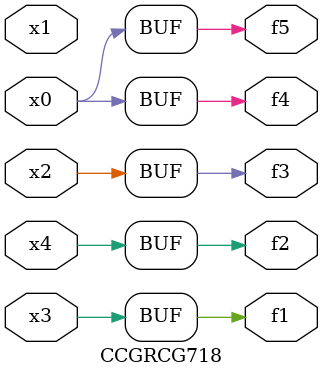
<source format=v>
module CCGRCG718(
	input x0, x1, x2, x3, x4,
	output f1, f2, f3, f4, f5
);
	assign f1 = x3;
	assign f2 = x4;
	assign f3 = x2;
	assign f4 = x0;
	assign f5 = x0;
endmodule

</source>
